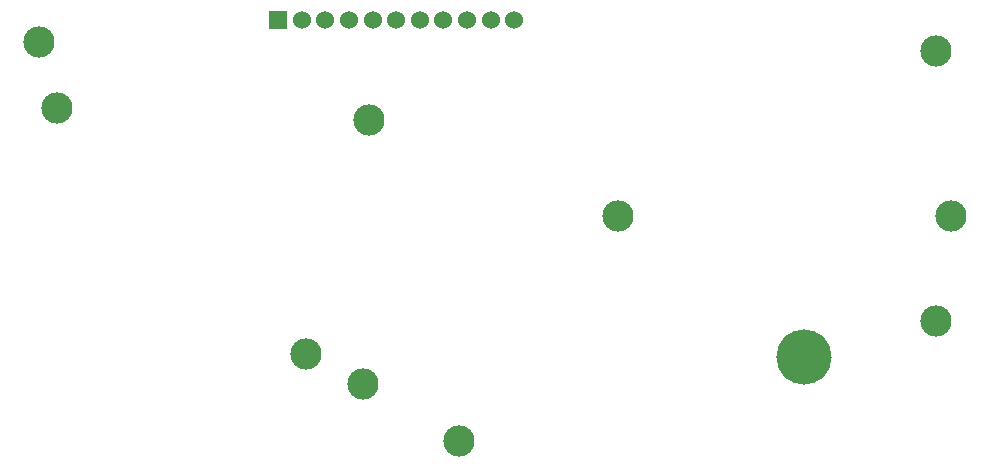
<source format=gbs>
G75*
%MOIN*%
%OFA0B0*%
%FSLAX25Y25*%
%IPPOS*%
%LPD*%
%AMOC8*
5,1,8,0,0,1.08239X$1,22.5*
%
%ADD10C,0.18400*%
%ADD11C,0.10400*%
%ADD12R,0.06000X0.06000*%
%ADD13C,0.06000*%
D10*
X0269824Y0068942D03*
D11*
X0103824Y0069942D03*
X0122824Y0059942D03*
X0154824Y0040942D03*
X0207824Y0115942D03*
X0124824Y0147942D03*
X0020824Y0151942D03*
X0014824Y0173942D03*
X0313824Y0170942D03*
X0318824Y0115942D03*
X0313824Y0080942D03*
D12*
X0094454Y0181379D03*
D13*
X0102328Y0181379D03*
X0110202Y0181379D03*
X0118076Y0181379D03*
X0125950Y0181379D03*
X0133824Y0181379D03*
X0141698Y0181379D03*
X0149572Y0181379D03*
X0157446Y0181379D03*
X0165320Y0181379D03*
X0173194Y0181379D03*
M02*

</source>
